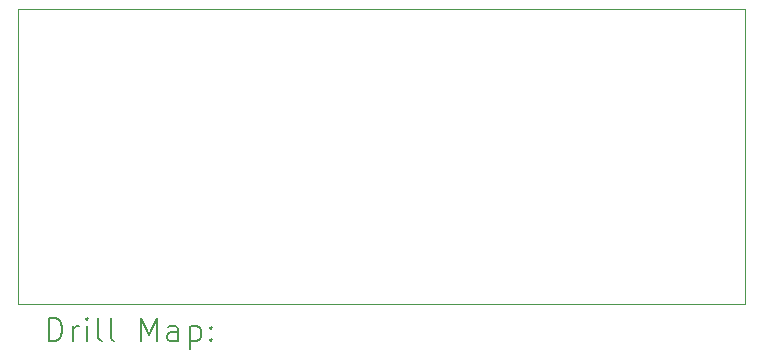
<source format=gbr>
%TF.GenerationSoftware,KiCad,Pcbnew,8.0.3*%
%TF.CreationDate,2024-07-14T23:37:10-05:00*%
%TF.ProjectId,3.3v Pro Micro Long,332e3376-2050-4726-9f20-4d6963726f20,rev?*%
%TF.SameCoordinates,Original*%
%TF.FileFunction,Drillmap*%
%TF.FilePolarity,Positive*%
%FSLAX45Y45*%
G04 Gerber Fmt 4.5, Leading zero omitted, Abs format (unit mm)*
G04 Created by KiCad (PCBNEW 8.0.3) date 2024-07-14 23:37:10*
%MOMM*%
%LPD*%
G01*
G04 APERTURE LIST*
%ADD10C,0.050000*%
%ADD11C,0.200000*%
G04 APERTURE END LIST*
D10*
X12622000Y-7924000D02*
X18772000Y-7924000D01*
X18772000Y-10424000D01*
X12622000Y-10424000D01*
X12622000Y-7924000D01*
D11*
X12880277Y-10737984D02*
X12880277Y-10537984D01*
X12880277Y-10537984D02*
X12927896Y-10537984D01*
X12927896Y-10537984D02*
X12956467Y-10547508D01*
X12956467Y-10547508D02*
X12975515Y-10566555D01*
X12975515Y-10566555D02*
X12985039Y-10585603D01*
X12985039Y-10585603D02*
X12994562Y-10623698D01*
X12994562Y-10623698D02*
X12994562Y-10652270D01*
X12994562Y-10652270D02*
X12985039Y-10690365D01*
X12985039Y-10690365D02*
X12975515Y-10709412D01*
X12975515Y-10709412D02*
X12956467Y-10728460D01*
X12956467Y-10728460D02*
X12927896Y-10737984D01*
X12927896Y-10737984D02*
X12880277Y-10737984D01*
X13080277Y-10737984D02*
X13080277Y-10604650D01*
X13080277Y-10642746D02*
X13089801Y-10623698D01*
X13089801Y-10623698D02*
X13099324Y-10614174D01*
X13099324Y-10614174D02*
X13118372Y-10604650D01*
X13118372Y-10604650D02*
X13137420Y-10604650D01*
X13204086Y-10737984D02*
X13204086Y-10604650D01*
X13204086Y-10537984D02*
X13194562Y-10547508D01*
X13194562Y-10547508D02*
X13204086Y-10557031D01*
X13204086Y-10557031D02*
X13213610Y-10547508D01*
X13213610Y-10547508D02*
X13204086Y-10537984D01*
X13204086Y-10537984D02*
X13204086Y-10557031D01*
X13327896Y-10737984D02*
X13308848Y-10728460D01*
X13308848Y-10728460D02*
X13299324Y-10709412D01*
X13299324Y-10709412D02*
X13299324Y-10537984D01*
X13432658Y-10737984D02*
X13413610Y-10728460D01*
X13413610Y-10728460D02*
X13404086Y-10709412D01*
X13404086Y-10709412D02*
X13404086Y-10537984D01*
X13661229Y-10737984D02*
X13661229Y-10537984D01*
X13661229Y-10537984D02*
X13727896Y-10680841D01*
X13727896Y-10680841D02*
X13794562Y-10537984D01*
X13794562Y-10537984D02*
X13794562Y-10737984D01*
X13975515Y-10737984D02*
X13975515Y-10633222D01*
X13975515Y-10633222D02*
X13965991Y-10614174D01*
X13965991Y-10614174D02*
X13946943Y-10604650D01*
X13946943Y-10604650D02*
X13908848Y-10604650D01*
X13908848Y-10604650D02*
X13889801Y-10614174D01*
X13975515Y-10728460D02*
X13956467Y-10737984D01*
X13956467Y-10737984D02*
X13908848Y-10737984D01*
X13908848Y-10737984D02*
X13889801Y-10728460D01*
X13889801Y-10728460D02*
X13880277Y-10709412D01*
X13880277Y-10709412D02*
X13880277Y-10690365D01*
X13880277Y-10690365D02*
X13889801Y-10671317D01*
X13889801Y-10671317D02*
X13908848Y-10661793D01*
X13908848Y-10661793D02*
X13956467Y-10661793D01*
X13956467Y-10661793D02*
X13975515Y-10652270D01*
X14070753Y-10604650D02*
X14070753Y-10804650D01*
X14070753Y-10614174D02*
X14089801Y-10604650D01*
X14089801Y-10604650D02*
X14127896Y-10604650D01*
X14127896Y-10604650D02*
X14146943Y-10614174D01*
X14146943Y-10614174D02*
X14156467Y-10623698D01*
X14156467Y-10623698D02*
X14165991Y-10642746D01*
X14165991Y-10642746D02*
X14165991Y-10699889D01*
X14165991Y-10699889D02*
X14156467Y-10718936D01*
X14156467Y-10718936D02*
X14146943Y-10728460D01*
X14146943Y-10728460D02*
X14127896Y-10737984D01*
X14127896Y-10737984D02*
X14089801Y-10737984D01*
X14089801Y-10737984D02*
X14070753Y-10728460D01*
X14251705Y-10718936D02*
X14261229Y-10728460D01*
X14261229Y-10728460D02*
X14251705Y-10737984D01*
X14251705Y-10737984D02*
X14242182Y-10728460D01*
X14242182Y-10728460D02*
X14251705Y-10718936D01*
X14251705Y-10718936D02*
X14251705Y-10737984D01*
X14251705Y-10614174D02*
X14261229Y-10623698D01*
X14261229Y-10623698D02*
X14251705Y-10633222D01*
X14251705Y-10633222D02*
X14242182Y-10623698D01*
X14242182Y-10623698D02*
X14251705Y-10614174D01*
X14251705Y-10614174D02*
X14251705Y-10633222D01*
M02*

</source>
